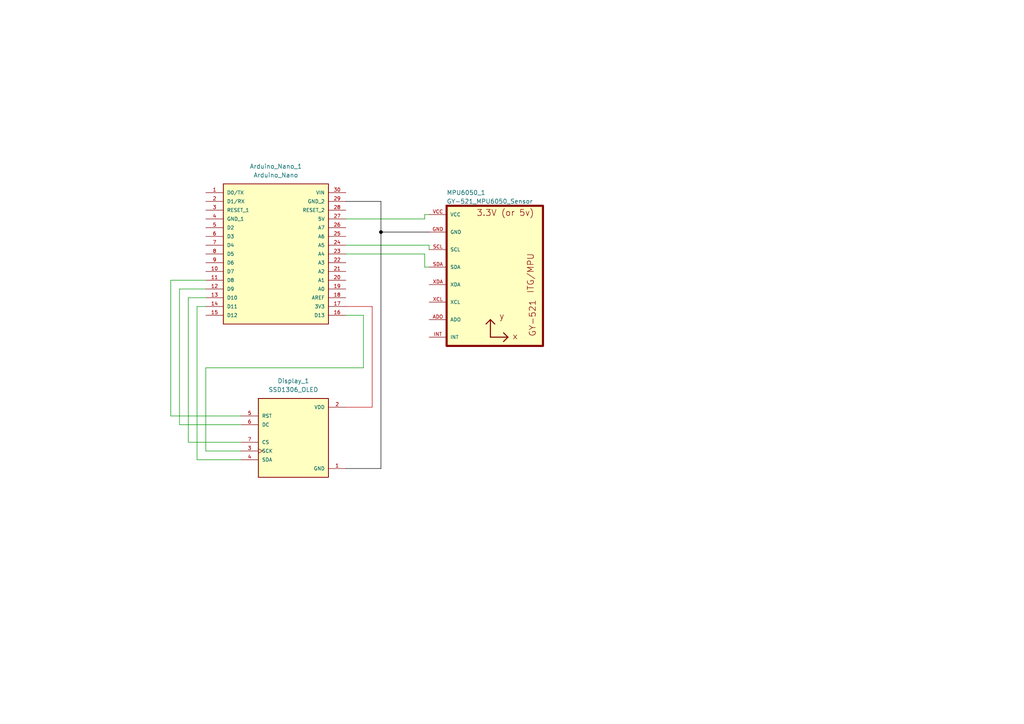
<source format=kicad_sch>
(kicad_sch (version 20230121) (generator eeschema)
  (paper "A4")
  (title_block (title "Attitude Indicator") (date "2023-08-10") (rev "0.0.1"))
  (lib_symbols
    (symbol "A000005:A000005" (pin_names (offset 1.016))
      (property "Reference" "U" (at -15.2534 21.1154 0))
      (property "Value" "A000005" (at -15.2429 -22.8688 0))
      (symbol "A000005_0_0"
        (rectangle (start -15.24 -20.32) (end 15.24 20.32) (stroke (width 0.254)) (fill (type background)))
        (pin bidirectional line (at -20.32 17.78 0) (length 5.08) (name "D0/TX") (number "1"))
        (pin bidirectional line (at -20.32 -5.08 0) (length 5.08) (name "D7") (number "10"))
        (pin bidirectional line (at -20.32 -7.62 0) (length 5.08) (name "D8") (number "11"))
        (pin bidirectional line (at -20.32 -10.16 0) (length 5.08) (name "D9") (number "12"))
        (pin bidirectional line (at -20.32 -12.7 0) (length 5.08) (name "D10") (number "13"))
        (pin bidirectional line (at -20.32 -15.24 0) (length 5.08) (name "D11") (number "14"))
        (pin bidirectional line (at -20.32 -17.78 0) (length 5.08) (name "D12") (number "15"))
        (pin bidirectional line (at 20.32 -17.78 180) (length 5.08) (name "D13") (number "16"))
        (pin power_in line (at 20.32 -15.24 180) (length 5.08) (name "3V3") (number "17"))
        (pin input line (at 20.32 -12.7 180) (length 5.08) (name "AREF") (number "18"))
        (pin input line (at 20.32 -10.16 180) (length 5.08) (name "A0") (number "19"))
        (pin bidirectional line (at -20.32 15.24 0) (length 5.08) (name "D1/RX") (number "2"))
        (pin input line (at 20.32 -7.62 180) (length 5.08) (name "A1") (number "20"))
        (pin input line (at 20.32 -5.08 180) (length 5.08) (name "A2") (number "21"))
        (pin input line (at 20.32 -2.54 180) (length 5.08) (name "A3") (number "22"))
        (pin input line (at 20.32 0 180) (length 5.08) (name "A4") (number "23"))
        (pin input line (at 20.32 2.54 180) (length 5.08) (name "A5") (number "24"))
        (pin input line (at 20.32 5.08 180) (length 5.08) (name "A6") (number "25"))
        (pin input line (at 20.32 7.62 180) (length 5.08) (name "A7") (number "26"))
        (pin power_in line (at 20.32 10.16 180) (length 5.08) (name "5V") (number "27"))
        (pin input line (at 20.32 12.7 180) (length 5.08) (name "RESET_2") (number "28"))
        (pin power_in line (at 20.32 15.24 180) (length 5.08) (name "GND_2") (number "29"))
        (pin input line (at -20.32 12.7 0) (length 5.08) (name "RESET_1") (number "3"))
        (pin power_in line (at 20.32 17.78 180) (length 5.08) (name "VIN") (number "30"))
        (pin power_in line (at -20.32 10.16 0) (length 5.08) (name "GND_1") (number "4"))
        (pin bidirectional line (at -20.32 7.62 0) (length 5.08) (name "D2") (number "5"))
        (pin bidirectional line (at -20.32 5.08 0) (length 5.08) (name "D3") (number "6"))
        (pin bidirectional line (at -20.32 2.54 0) (length 5.08) (name "D4") (number "7"))
        (pin bidirectional line (at -20.32 0 0) (length 5.08) (name "D5") (number "8"))
        (pin bidirectional line (at -20.32 -2.54 0) (length 5.08) (name "D6") (number "9"))
      )
    )
    (symbol "AOM12864A0-1.54WW-ANO:AOM12864A0-1.54WW-ANO" (pin_names (offset 1.016))
      (property "Reference" "Display_1" (at 0 15.24 0))
      (property "Value" "SSD1306_OLED" (at 0 12.7 0))
      (symbol "AOM12864A0-1.54WW-ANO_0_0"
        (rectangle (start -10.16 10.16) (end 10.16 -12.7) (stroke (width 0.254)) (fill (type background)))
        (pin power_in line (at 15.24 -10.16 180) (length 5.08) (name "GND") (number "1"))
        (pin power_in line (at 15.24 7.62 180) (length 5.08) (name "VDD") (number "2"))
        (pin bidirectional line (at -15.24 -7.62 0) (length 5.08) (name "SDA") (number "4"))
        (pin input line (at -15.24 5.08 0) (length 5.08) (name "RST") (number "5"))
        (pin input line (at -15.24 2.54 0) (length 5.08) (name "DC") (number "6"))
        (pin input line (at -15.24 -2.54 0) (length 5.08) (name "CS") (number "7"))
      )
      (symbol "AOM12864A0-1.54WW-ANO_1_0"
        (pin input clock (at -15.24 -5.08 0) (length 5.08) (name "SCK") (number "3"))
      )
    )
    (symbol "GY-521:GY-521" (pin_names (offset 1.016))
      (property "Reference" "U" (at 0 0 0))
      (property "Value" "GY-521" (at 0 0 0))
      (symbol "GY-521_0_0"
        (rectangle (start -10.16 -22.86) (end 17.78 17.78) (stroke (width 0.6096)) (fill (type background)))
        (polyline (pts (xy 2.54 -20.32) (xy 2.54 -15.24)) (stroke (width 0.3048)))
        (polyline (pts (xy 2.54 -20.32) (xy 7.62 -20.32)) (stroke (width 0.3048)))
        (polyline (pts (xy 2.54 -15.24) (xy 1.27 -16.51)) (stroke (width 0.3048)))
        (polyline (pts (xy 2.54 -15.24) (xy 3.81 -16.51)) (stroke (width 0.3048)))
        (polyline (pts (xy 7.62 -20.32) (xy 6.35 -21.59)) (stroke (width 0.3048)))
        (polyline (pts (xy 7.62 -20.32) (xy 6.35 -19.05)) (stroke (width 0.3048)))
        (text "3.3V (or 5v)" (at -1.524 14.732 0) (effects (font (size 1.778 1.778)) (justify left bottom)))
        (text "GY-521" (at 13.716 -9.398 900) (effects (font (size 1.778 1.778)) (justify right top)))
        (text "ITG/MPU" (at 15.24 -7.62 900) (effects (font (size 1.778 1.778)) (justify left bottom)))
        (text "x" (at 8.89 -21.082 0) (effects (font (size 1.778 1.778)) (justify left bottom)))
        (text "y" (at 5.08 -15.24 0) (effects (font (size 1.778 1.778)) (justify left bottom)))
        (pin bidirectional line (at -15.24 -15.24 0) (length 5.08) (name "ADO") (number "ADO"))
        (pin bidirectional line (at -15.24 10.16 0) (length 5.08) (name "GND") (number "GND"))
        (pin bidirectional line (at -15.24 -20.32 0) (length 5.08) (name "INT") (number "INT"))
        (pin bidirectional line (at -15.24 5.08 0) (length 5.08) (name "SCL") (number "SCL"))
        (pin bidirectional line (at -15.24 0 0) (length 5.08) (name "SDA") (number "SDA"))
        (pin bidirectional line (at -15.24 15.24 0) (length 5.08) (name "VCC") (number "VCC"))
        (pin bidirectional line (at -15.24 -10.16 0) (length 5.08) (name "XCL") (number "XCL"))
        (pin bidirectional line (at -15.24 -5.08 0) (length 5.08) (name "XDA") (number "XDA"))
      )
    )
  )
  (junction (at 110.49 67.31) (color 0 0 0 1))
  (wire (pts (xy 52.07 83.82) (xy 52.07 123.19)))
  (wire (pts (xy 54.61 128.27) (xy 69.85 128.27)))
  (wire (pts (xy 107.95 118.11) (xy 100.33 118.11)) (stroke (width 0) (color 194 0 0 1)))
  (wire (pts (xy 123.19 62.23) (xy 123.19 63.5)))
  (wire (pts (xy 59.69 83.82) (xy 52.07 83.82)))
  (wire (pts (xy 123.19 77.47) (xy 124.46 77.47)))
  (wire (pts (xy 57.15 88.9) (xy 57.15 133.35)))
  (wire (pts (xy 59.69 88.9) (xy 57.15 88.9)))
  (wire (pts (xy 105.41 106.68) (xy 59.69 106.68)))
  (wire (pts (xy 49.53 120.65) (xy 69.85 120.65)))
  (wire (pts (xy 49.53 81.28) (xy 49.53 120.65)))
  (wire (pts (xy 123.19 63.5) (xy 100.33 63.5)))
  (wire (pts (xy 100.33 88.9) (xy 107.95 88.9)) (stroke (width 0) (color 194 0 0 1)))
  (wire (pts (xy 57.15 133.35) (xy 69.85 133.35)))
  (wire (pts (xy 105.41 91.44) (xy 105.41 106.68)))
  (wire (pts (xy 59.69 81.28) (xy 49.53 81.28)))
  (wire (pts (xy 100.33 91.44) (xy 105.41 91.44)))
  (wire (pts (xy 100.33 58.42) (xy 110.49 58.42)) (stroke (width 0) (color 0 0 0 1)))
  (wire (pts (xy 100.33 73.66) (xy 123.19 73.66)))
  (wire (pts (xy 59.69 130.81) (xy 69.85 130.81)))
  (wire (pts (xy 110.49 135.89) (xy 100.33 135.89)) (stroke (width 0) (color 0 0 0 1)))
  (wire (pts (xy 123.19 77.47) (xy 123.19 73.66)))
  (wire (pts (xy 124.46 71.12) (xy 124.46 72.39)))
  (wire (pts (xy 123.19 62.23) (xy 124.46 62.23)))
  (wire (pts (xy 54.61 86.36) (xy 54.61 128.27)))
  (wire (pts (xy 110.49 67.31) (xy 110.49 135.89)) (stroke (width 0) (color 0 0 0 1)))
  (wire (pts (xy 110.49 58.42) (xy 110.49 67.31)) (stroke (width 0) (color 0 0 0 1)))
  (wire (pts (xy 110.49 67.31) (xy 124.46 67.31)) (stroke (width 0) (color 0 0 0 1)))
  (wire (pts (xy 59.69 86.36) (xy 54.61 86.36)))
  (wire (pts (xy 52.07 123.19) (xy 69.85 123.19)))
  (wire (pts (xy 59.69 106.68) (xy 59.69 130.81)))
  (wire (pts (xy 107.95 88.9) (xy 107.95 118.11)) (stroke (width 0) (color 194 0 0 1)))
  (wire (pts (xy 100.33 71.12) (xy 124.46 71.12)))
  (symbol (lib_id "GY-521:GY-521") (at 139.7 77.47 0) (unit 1)
    (property "Reference" "MPU6050_1" (at 129.54 55.88 0) (effects (justify left)))
    (property "Value" "GY-521_MPU6050_Sensor" (at 129.54 58.42 0) (effects (justify left)))
    (property "Footprint" "GY-521" (effects hide))
  )
  (symbol (lib_id "A000005:A000005") (at 80.01 73.66 0) (unit 1)
    (property "Reference" "Arduino_Nano_1" (at 80.01 48.26 0))
    (property "Value" "Arduino_Nano" (at 80.01 50.8 0))
    (property "Footprint" "MODULE_A000005" (effects hide))
    (property "PARTREV" "23/03/2020" (effects hide))
    (property "STANDARD" "Manufacturer Recommendations" (effects hide))
    (property "MAXIMUM_PACKAGE_HEIGHT" "N/A" (effects hide))
    (property "MANUFACTURER" "Arduino" (effects hide))
  )
  (symbol (lib_id "AOM12864A0-1.54WW-ANO:AOM12864A0-1.54WW-ANO") (at 85.09 125.73 0) (unit 1)
    (property "Reference" "Display_1" (at 85.09 110.49 0))
    (property "Value" "SSD1306_OLED" (at 85.09 113.03 0))
  )
)
</source>
